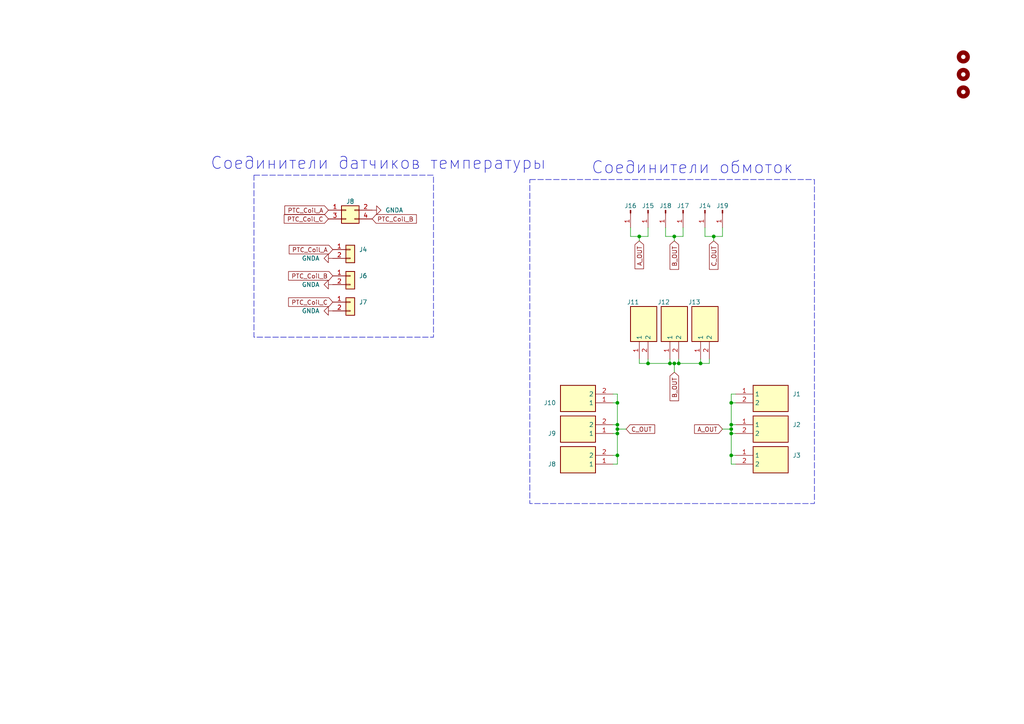
<source format=kicad_sch>
(kicad_sch (version 20230121) (generator eeschema)
  (paper "A4")
  (title_block (comment 1 "МПСТ.76721.758764.04.Э3.М"))
  (lib_symbols
    (symbol "4900:4900"
      (property "Reference" "J" (at 16.51 7.62 0))
      (property "Value" "4900" (at 16.51 5.08 0))
      (symbol "4900_1_1"
        (rectangle (start 5.08 2.54) (end 15.24 -5.08) (stroke (width 0.254)) (fill (type background)))
        (pin passive line (at 0 0 0) (length 5.08) (name "1") (number "1"))
        (pin passive line (at 0 -2.54 0) (length 5.08) (name "2") (number "2"))
      )
    )
    (symbol "Connector:Conn_01x01_Pin" (pin_names (offset 1.016) hide)
      (property "Reference" "J" (at 0 2.54 0))
      (property "Value" "Conn_01x01_Pin" (at 0 -2.54 0))
      (symbol "Conn_01x01_Pin_1_1"
        (polyline (pts (xy 1.27 0) (xy 0.8636 0)) (stroke (width 0.1524)))
        (rectangle (start 0.8636 0.127) (end 0 -0.127) (stroke (width 0.1524)) (fill (type outline)))
        (pin passive line (at 5.08 0 180) (length 3.81) (name "Pin_1") (number "1"))
      )
    )
    (symbol "Connector_Generic:Conn_01x02" (pin_names (offset 1.016) hide)
      (property "Reference" "J" (at 0 2.54 0))
      (property "Value" "Conn_01x02" (at 0 -5.08 0))
      (symbol "Conn_01x02_1_1"
        (rectangle (start -1.27 -2.413) (end 0 -2.667) (stroke (width 0.1524)))
        (rectangle (start -1.27 0.127) (end 0 -0.127) (stroke (width 0.1524)))
        (rectangle (start -1.27 1.27) (end 1.27 -3.81) (stroke (width 0.254)) (fill (type background)))
        (pin passive line (at -5.08 0 0) (length 3.81) (name "Pin_1") (number "1"))
        (pin passive line (at -5.08 -2.54 0) (length 3.81) (name "Pin_2") (number "2"))
      )
    )
    (symbol "Connector_Generic:Conn_02x02_Odd_Even" (pin_names (offset 1.016) hide)
      (property "Reference" "J" (at 1.27 2.54 0))
      (property "Value" "Conn_02x02_Odd_Even" (at 1.27 -5.08 0))
      (symbol "Conn_02x02_Odd_Even_1_1"
        (rectangle (start -1.27 -2.413) (end 0 -2.667) (stroke (width 0.1524)))
        (rectangle (start -1.27 0.127) (end 0 -0.127) (stroke (width 0.1524)))
        (rectangle (start -1.27 1.27) (end 3.81 -3.81) (stroke (width 0.254)) (fill (type background)))
        (rectangle (start 3.81 -2.413) (end 2.54 -2.667) (stroke (width 0.1524)))
        (rectangle (start 3.81 0.127) (end 2.54 -0.127) (stroke (width 0.1524)))
        (pin passive line (at -5.08 0 0) (length 3.81) (name "Pin_1") (number "1"))
        (pin passive line (at 7.62 0 180) (length 3.81) (name "Pin_2") (number "2"))
        (pin passive line (at -5.08 -2.54 0) (length 3.81) (name "Pin_3") (number "3"))
        (pin passive line (at 7.62 -2.54 180) (length 3.81) (name "Pin_4") (number "4"))
      )
    )
    (symbol "Mechanical:MountingHole" (pin_names (offset 1.016))
      (property "Reference" "H" (at 0 5.08 0))
      (property "Value" "MountingHole" (at 0 3.175 0))
      (symbol "MountingHole_0_1"
        (circle (center 0 0) (radius 1.27) (stroke (width 1.27)))
      )
    )
    (symbol "power:GNDA" (power) (pin_names (offset 0))
      (property "Value" "GNDA" (at 0 -3.81 0))
      (symbol "GNDA_0_1"
        (polyline (pts (xy 0 0) (xy 0 -1.27) (xy 1.27 -1.27) (xy 0 -2.54) (xy -1.27 -1.27) (xy 0 -1.27)))
      )
      (symbol "GNDA_1_1"
        (pin power_in line (at 0 0 270) (length 0) hide (name "GNDA") (number "1"))
      )
    )
  )
  (junction (at 194.31 105.41))
  (junction (at 207.01 68.58))
  (junction (at 212.09 124.46))
  (junction (at 179.07 125.73))
  (junction (at 212.09 123.19))
  (junction (at 179.07 124.46))
  (junction (at 196.85 105.41))
  (junction (at 212.09 125.73))
  (junction (at 195.58 105.41))
  (junction (at 212.09 132.08))
  (junction (at 185.42 68.58))
  (junction (at 187.96 105.41))
  (junction (at 195.58 68.58))
  (junction (at 179.07 132.08))
  (junction (at 203.2 105.41))
  (junction (at 179.07 116.84))
  (junction (at 212.09 116.84))
  (junction (at 179.07 123.19))
  (wire (pts (xy 195.58 107.95) (xy 195.58 105.41)))
  (wire (pts (xy 195.58 105.41) (xy 196.85 105.41)))
  (wire (pts (xy 194.31 105.41) (xy 195.58 105.41)))
  (wire (pts (xy 213.36 114.3) (xy 212.09 114.3)))
  (wire (pts (xy 212.09 116.84) (xy 212.09 123.19)))
  (wire (pts (xy 177.8 134.62) (xy 179.07 134.62)))
  (wire (pts (xy 182.88 68.58) (xy 185.42 68.58)))
  (wire (pts (xy 212.09 125.73) (xy 213.36 125.73)))
  (wire (pts (xy 179.07 114.3) (xy 177.8 114.3)))
  (wire (pts (xy 207.01 68.58) (xy 204.47 68.58)))
  (wire (pts (xy 212.09 124.46) (xy 212.09 125.73)))
  (wire (pts (xy 198.12 66.04) (xy 198.12 68.58)))
  (wire (pts (xy 179.07 125.73) (xy 179.07 124.46)))
  (wire (pts (xy 185.42 104.14) (xy 185.42 105.41)))
  (wire (pts (xy 209.55 68.58) (xy 207.01 68.58)))
  (wire (pts (xy 179.07 134.62) (xy 179.07 132.08)))
  (wire (pts (xy 212.09 132.08) (xy 213.36 132.08)))
  (wire (pts (xy 179.07 125.73) (xy 177.8 125.73)))
  (wire (pts (xy 212.09 116.84) (xy 213.36 116.84)))
  (wire (pts (xy 212.09 132.08) (xy 212.09 134.62)))
  (wire (pts (xy 179.07 116.84) (xy 179.07 114.3)))
  (wire (pts (xy 194.31 105.41) (xy 194.31 104.14)))
  (wire (pts (xy 185.42 105.41) (xy 187.96 105.41)))
  (wire (pts (xy 203.2 105.41) (xy 205.74 105.41)))
  (wire (pts (xy 212.09 125.73) (xy 212.09 132.08)))
  (wire (pts (xy 181.61 124.46) (xy 179.07 124.46)))
  (wire (pts (xy 196.85 105.41) (xy 196.85 104.14)))
  (wire (pts (xy 179.07 116.84) (xy 177.8 116.84)))
  (wire (pts (xy 207.01 68.58) (xy 207.01 69.85)))
  (wire (pts (xy 205.74 105.41) (xy 205.74 104.14)))
  (wire (pts (xy 179.07 132.08) (xy 177.8 132.08)))
  (wire (pts (xy 187.96 105.41) (xy 194.31 105.41)))
  (wire (pts (xy 209.55 124.46) (xy 212.09 124.46)))
  (wire (pts (xy 179.07 124.46) (xy 179.07 123.19)))
  (wire (pts (xy 185.42 68.58) (xy 187.96 68.58)))
  (wire (pts (xy 196.85 105.41) (xy 203.2 105.41)))
  (wire (pts (xy 212.09 134.62) (xy 213.36 134.62)))
  (wire (pts (xy 193.04 68.58) (xy 193.04 66.04)))
  (wire (pts (xy 198.12 68.58) (xy 195.58 68.58)))
  (wire (pts (xy 195.58 68.58) (xy 195.58 69.85)))
  (wire (pts (xy 182.88 66.04) (xy 182.88 68.58)))
  (wire (pts (xy 187.96 68.58) (xy 187.96 66.04)))
  (wire (pts (xy 179.07 123.19) (xy 179.07 116.84)))
  (wire (pts (xy 212.09 123.19) (xy 213.36 123.19)))
  (wire (pts (xy 212.09 114.3) (xy 212.09 116.84)))
  (wire (pts (xy 212.09 123.19) (xy 212.09 124.46)))
  (wire (pts (xy 204.47 66.04) (xy 204.47 68.58)))
  (wire (pts (xy 179.07 123.19) (xy 177.8 123.19)))
  (wire (pts (xy 179.07 132.08) (xy 179.07 125.73)))
  (wire (pts (xy 195.58 68.58) (xy 193.04 68.58)))
  (wire (pts (xy 203.2 105.41) (xy 203.2 104.14)))
  (wire (pts (xy 209.55 66.04) (xy 209.55 68.58)))
  (wire (pts (xy 185.42 68.58) (xy 185.42 69.85)))
  (wire (pts (xy 187.96 105.41) (xy 187.96 104.14)))
  (rectangle (start 73.66 50.8) (end 125.73 97.79) (stroke (width 0) (type dash)))
  (rectangle (start 153.67 52.07) (end 236.22 146.05) (stroke (width 0) (type dash)))
  (text "Соединители датчиков температуры" (at 60.96 49.53 0) (effects (font (size 3.5 3.5)) (justify left bottom)))
  (text "Соединители обмоток" (at 171.45 50.8 0) (effects (font (size 3.5 3.5)) (justify left bottom)))
  (global_label "PTC_Coil_C" (shape input) (at 95.25 63.5 180) (property "Intersheetrefs" "${INTERSHEET_REFS}" (effects hide)))
  (global_label "B_OUT" (shape input) (at 195.58 69.85 270) (property "Intersheetrefs" "${INTERSHEET_REFS}" (effects hide)))
  (global_label "PTC_Coil_A" (shape input) (at 95.25 60.96 180) (property "Intersheetrefs" "${INTERSHEET_REFS}" (effects hide)))
  (global_label "PTC_Coil_B" (shape input) (at 96.52 80.01 180) (property "Intersheetrefs" "${INTERSHEET_REFS}" (effects hide)))
  (global_label "C_OUT" (shape input) (at 207.01 69.85 270) (property "Intersheetrefs" "${INTERSHEET_REFS}" (effects hide)))
  (global_label "B_OUT" (shape input) (at 195.58 107.95 270) (property "Intersheetrefs" "${INTERSHEET_REFS}" (effects hide)))
  (global_label "A_OUT" (shape input) (at 209.55 124.46 180) (property "Intersheetrefs" "${INTERSHEET_REFS}" (effects hide)))
  (global_label "A_OUT" (shape input) (at 185.42 69.85 270) (property "Intersheetrefs" "${INTERSHEET_REFS}" (effects hide)))
  (global_label "PTC_Coil_B" (shape input) (at 107.95 63.5 0) (property "Intersheetrefs" "${INTERSHEET_REFS}" (effects hide)))
  (global_label "C_OUT" (shape input) (at 181.61 124.46 0) (property "Intersheetrefs" "${INTERSHEET_REFS}" (effects hide)))
  (global_label "PTC_Coil_A" (shape input) (at 96.52 72.39 180) (property "Intersheetrefs" "${INTERSHEET_REFS}" (effects hide)))
  (global_label "PTC_Coil_C" (shape input) (at 96.52 87.63 180) (property "Intersheetrefs" "${INTERSHEET_REFS}" (effects hide)))
  (symbol (lib_id "Connector_Generic:Conn_01x02") (at 101.6 72.39 0) (unit 1)
    (property "Reference" "J4" (at 104.14 72.39 0) (effects (justify left)))
    (property "Value" "Conn_01x02" (effects hide))
    (property "Footprint" "Connector_Molex:Molex_PicoBlade_53048-0210_1x02_P1.25mm_Horizontal" (effects hide))
    (instances (project "Плата обмоток" (path "" (reference "J4") (unit 1)) (path "" (reference "J14") (unit 1)) (path "" (reference "J24") (unit 1))))
  )
  (symbol (lib_id "Connector:Conn_01x01_Pin") (at 209.55 60.96 270) (unit 1)
    (property "Reference" "J19" (at 209.55 59.69 90))
    (property "Value" "C2" (effects hide))
    (property "Footprint" "Connector_My:Coil" (effects hide))
    (instances (project "Плата обмоток" (path "" (reference "J19") (unit 1)) (path "" (reference "J5") (unit 1)) (path "" (reference "J21") (unit 1))))
  )
  (symbol (lib_id "Connector:Conn_01x01_Pin") (at 198.12 60.96 270) (unit 1)
    (property "Reference" "J17" (at 198.12 59.69 90))
    (property "Value" "B2" (effects hide))
    (property "Footprint" "Connector_My:Coil" (effects hide))
    (instances (project "Плата обмоток" (path "" (reference "J17") (unit 1)) (path "" (reference "J7") (unit 1)) (path "" (reference "J23") (unit 1))))
  )
  (symbol (lib_id "Connector:Conn_01x01_Pin") (at 204.47 60.96 270) (unit 1)
    (property "Reference" "J14" (at 204.47 59.69 90))
    (property "Value" "A1" (effects hide))
    (property "Footprint" "Connector_My:Coil" (effects hide))
    (instances (project "Плата обмоток" (path "" (reference "J14") (unit 1)) (path "" (reference "J6") (unit 1)) (path "" (reference "J22") (unit 1))))
  )
  (symbol (lib_id "Mechanical:MountingHole") (at 279.4 21.59 0) (unit 1)
    (property "Reference" "H3" (effects hide))
    (property "Value" "MountingHole" (effects hide))
    (property "Footprint" "MountingHole:MountingHole_3.2mm_M3" (effects hide))
    (instances (project "Плата обмоток" (path "" (reference "H3") (unit 1)) (path "" (reference "H2") (unit 1)) (path "" (reference "H5") (unit 1))))
  )
  (symbol (lib_id "Connector_Generic:Conn_02x02_Odd_Even") (at 100.33 60.96 0) (unit 1)
    (property "Reference" "J8" (at 101.6 58.42 0))
    (property "Value" "Conn_02x02_Odd_Even" (effects hide))
    (property "Footprint" "Connector_PinSocket_2.54mm:PinSocket_2x02_P2.54mm_Vertical" (effects hide))
    (instances (project "Плата датчиков" (path "" (reference "J8") (unit 1))) (project "Плата обмоток" (path "" (reference "J5") (unit 1)) (path "" (reference "J4") (unit 1)) (path "" (reference "J20") (unit 1))))
  )
  (symbol (lib_id "4900:4900") (at 203.2 104.14 90) (unit 1)
    (property "Reference" "J13" (at 203.2 87.63 90) (effects (justify left)))
    (property "Value" "4900" (effects hide))
    (property "Footprint" "Connector_My:3551" (effects hide))
    (property "Datasheet" "https://www.keyelco.com/product-pdf.cfm?p=597" (effects hide))
    (property "Height" "10.72" (effects hide))
    (property "Manufacturer_Name" "Keystone Electronics" (effects hide))
    (property "Manufacturer_Part_Number" "4900" (effects hide))
    (property "Mouser Part Number" "534-4900" (effects hide))
    (property "Mouser Price/Stock" "https://www.mouser.co.uk/ProductDetail/Keystone-Electronics/4900?qs=lQmX4aIt5iDWRkxqjAIN4A%3D%3D" (effects hide))
    (instances (project "Плата обмоток" (path "" (reference "J13") (unit 1)) (path "" (reference "J13") (unit 1)) (path "" (reference "J38") (unit 1))))
  )
  (symbol (lib_id "4900:4900") (at 213.36 123.19 0) (unit 1)
    (property "Reference" "J2" (at 229.87 123.19 0) (effects (justify left)))
    (property "Value" "4900" (effects hide))
    (property "Footprint" "Connector_My:3551" (effects hide))
    (property "Datasheet" "https://www.keyelco.com/product-pdf.cfm?p=597" (effects hide))
    (property "Height" "10.72" (effects hide))
    (property "Manufacturer_Name" "Keystone Electronics" (effects hide))
    (property "Manufacturer_Part_Number" "4900" (effects hide))
    (property "Mouser Part Number" "534-4900" (effects hide))
    (property "Mouser Price/Stock" "https://www.mouser.co.uk/ProductDetail/Keystone-Electronics/4900?qs=lQmX4aIt5iDWRkxqjAIN4A%3D%3D" (effects hide))
    (instances (project "Плата обмоток" (path "" (reference "J2") (unit 1)) (path "" (reference "J8") (unit 1)) (path "" (reference "J33") (unit 1))))
  )
  (symbol (lib_id "4900:4900") (at 194.31 104.14 90) (unit 1)
    (property "Reference" "J12" (at 194.31 87.63 90) (effects (justify left)))
    (property "Value" "4900" (effects hide))
    (property "Footprint" "Connector_My:3551" (effects hide))
    (property "Datasheet" "https://www.keyelco.com/product-pdf.cfm?p=597" (effects hide))
    (property "Height" "10.72" (effects hide))
    (property "Manufacturer_Name" "Keystone Electronics" (effects hide))
    (property "Manufacturer_Part_Number" "4900" (effects hide))
    (property "Mouser Part Number" "534-4900" (effects hide))
    (property "Mouser Price/Stock" "https://www.mouser.co.uk/ProductDetail/Keystone-Electronics/4900?qs=lQmX4aIt5iDWRkxqjAIN4A%3D%3D" (effects hide))
    (instances (project "Плата обмоток" (path "" (reference "J12") (unit 1)) (path "" (reference "J10") (unit 1)) (path "" (reference "J35") (unit 1))))
  )
  (symbol (lib_id "4900:4900") (at 213.36 132.08 0) (unit 1)
    (property "Reference" "J3" (at 229.87 132.08 0) (effects (justify left)))
    (property "Value" "4900" (effects hide))
    (property "Footprint" "Connector_My:3551" (effects hide))
    (property "Datasheet" "https://www.keyelco.com/product-pdf.cfm?p=597" (effects hide))
    (property "Height" "10.72" (effects hide))
    (property "Manufacturer_Name" "Keystone Electronics" (effects hide))
    (property "Manufacturer_Part_Number" "4900" (effects hide))
    (property "Mouser Part Number" "534-4900" (effects hide))
    (property "Mouser Price/Stock" "https://www.mouser.co.uk/ProductDetail/Keystone-Electronics/4900?qs=lQmX4aIt5iDWRkxqjAIN4A%3D%3D" (effects hide))
    (instances (project "Плата обмоток" (path "" (reference "J3") (unit 1)) (path "" (reference "J11") (unit 1)) (path "" (reference "J36") (unit 1))))
  )
  (symbol (lib_id "4900:4900") (at 185.42 104.14 90) (unit 1)
    (property "Reference" "J11" (at 185.42 87.63 90) (effects (justify left)))
    (property "Value" "4900" (effects hide))
    (property "Footprint" "Connector_My:3551" (effects hide))
    (property "Datasheet" "https://www.keyelco.com/product-pdf.cfm?p=597" (effects hide))
    (property "Height" "10.72" (effects hide))
    (property "Manufacturer_Name" "Keystone Electronics" (effects hide))
    (property "Manufacturer_Part_Number" "4900" (effects hide))
    (property "Mouser Part Number" "534-4900" (effects hide))
    (property "Mouser Price/Stock" "https://www.mouser.co.uk/ProductDetail/Keystone-Electronics/4900?qs=lQmX4aIt5iDWRkxqjAIN4A%3D%3D" (effects hide))
    (instances (project "Плата обмоток" (path "" (reference "J11") (unit 1)) (path "" (reference "J3") (unit 1)) (path "" (reference "J32") (unit 1))))
  )
  (symbol (lib_id "power:GNDA") (at 96.52 82.55 270) (unit 1)
    (property "Reference" "#PWR03" (effects hide))
    (property "Value" "GNDA" (at 92.71 82.55 90) (effects (justify right)))
    (instances (project "Плата обмоток" (path "" (reference "#PWR03") (unit 1)) (path "" (reference "#PWR03") (unit 1)) (path "" (reference "#PWR07") (unit 1))))
  )
  (symbol (lib_id "Mechanical:MountingHole") (at 279.4 26.67 0) (unit 1)
    (property "Reference" "H4" (effects hide))
    (property "Value" "MountingHole" (effects hide))
    (property "Footprint" "MountingHole:MountingHole_3.2mm_M3" (effects hide))
    (instances (project "Плата обмоток" (path "" (reference "H4") (unit 1)) (path "" (reference "H3") (unit 1)) (path "" (reference "H6") (unit 1))))
  )
  (symbol (lib_id "Mechanical:MountingHole") (at 279.4 16.51 0) (unit 1)
    (property "Reference" "H2" (effects hide))
    (property "Value" "MountingHole" (effects hide))
    (property "Footprint" "MountingHole:MountingHole_3.2mm_M3" (effects hide))
    (instances (project "Плата обмоток" (path "" (reference "H2") (unit 1)) (path "" (reference "H1") (unit 1)) (path "" (reference "H4") (unit 1))))
  )
  (symbol (lib_id "Connector_Generic:Conn_01x02") (at 101.6 87.63 0) (unit 1)
    (property "Reference" "J7" (at 104.14 87.63 0) (effects (justify left)))
    (property "Value" "Conn_01x02" (effects hide))
    (property "Footprint" "Connector_Molex:Molex_PicoBlade_53048-0210_1x02_P1.25mm_Horizontal" (effects hide))
    (instances (project "Плата обмоток" (path "" (reference "J7") (unit 1)) (path "" (reference "J19") (unit 1)) (path "" (reference "J29") (unit 1))))
  )
  (symbol (lib_id "4900:4900") (at 177.8 125.73 180) (unit 1)
    (property "Reference" "J9" (at 161.29 125.73 0) (effects (justify left)))
    (property "Value" "4900" (effects hide))
    (property "Footprint" "Connector_My:3551" (effects hide))
    (property "Datasheet" "https://www.keyelco.com/product-pdf.cfm?p=597" (effects hide))
    (property "Height" "10.72" (effects hide))
    (property "Manufacturer_Name" "Keystone Electronics" (effects hide))
    (property "Manufacturer_Part_Number" "4900" (effects hide))
    (property "Mouser Part Number" "534-4900" (effects hide))
    (property "Mouser Price/Stock" "https://www.mouser.co.uk/ProductDetail/Keystone-Electronics/4900?qs=lQmX4aIt5iDWRkxqjAIN4A%3D%3D" (effects hide))
    (instances (project "Плата обмоток" (path "" (reference "J9") (unit 1)) (path "" (reference "J9") (unit 1)) (path "" (reference "J34") (unit 1))))
  )
  (symbol (lib_id "4900:4900") (at 177.8 134.62 180) (unit 1)
    (property "Reference" "J8" (at 161.29 134.62 0) (effects (justify left)))
    (property "Value" "4900" (effects hide))
    (property "Footprint" "Connector_My:3551" (effects hide))
    (property "Datasheet" "https://www.keyelco.com/product-pdf.cfm?p=597" (effects hide))
    (property "Height" "10.72" (effects hide))
    (property "Manufacturer_Name" "Keystone Electronics" (effects hide))
    (property "Manufacturer_Part_Number" "4900" (effects hide))
    (property "Mouser Part Number" "534-4900" (effects hide))
    (property "Mouser Price/Stock" "https://www.mouser.co.uk/ProductDetail/Keystone-Electronics/4900?qs=lQmX4aIt5iDWRkxqjAIN4A%3D%3D" (effects hide))
    (instances (project "Плата обмоток" (path "" (reference "J8") (unit 1)) (path "" (reference "J2") (unit 1)) (path "" (reference "J31") (unit 1))))
  )
  (symbol (lib_id "Connector:Conn_01x01_Pin") (at 182.88 60.96 270) (unit 1)
    (property "Reference" "J16" (at 182.88 59.69 90))
    (property "Value" "B1" (effects hide))
    (property "Footprint" "Connector_My:Coil" (effects hide))
    (instances (project "Плата обмоток" (path "" (reference "J16") (unit 1)) (path "" (reference "J18") (unit 1)) (path "" (reference "J28") (unit 1))))
  )
  (symbol (lib_id "power:GNDA") (at 96.52 90.17 270) (unit 1)
    (property "Reference" "#PWR04" (effects hide))
    (property "Value" "GNDA" (at 92.71 90.17 90) (effects (justify right)))
    (instances (project "Плата обмоток" (path "" (reference "#PWR04") (unit 1)) (path "" (reference "#PWR04") (unit 1)) (path "" (reference "#PWR08") (unit 1))))
  )
  (symbol (lib_id "Connector:Conn_01x01_Pin") (at 193.04 60.96 270) (unit 1)
    (property "Reference" "J18" (at 193.04 59.69 90))
    (property "Value" "C1" (effects hide))
    (property "Footprint" "Connector_My:Coil" (effects hide))
    (instances (project "Плата обмоток" (path "" (reference "J18") (unit 1)) (path "" (reference "J15") (unit 1)) (path "" (reference "J25") (unit 1))))
  )
  (symbol (lib_id "4900:4900") (at 213.36 114.3 0) (unit 1)
    (property "Reference" "J1" (at 229.87 114.3 0) (effects (justify left)))
    (property "Value" "4900" (effects hide))
    (property "Footprint" "Connector_My:3551" (effects hide))
    (property "Datasheet" "https://www.keyelco.com/product-pdf.cfm?p=597" (effects hide))
    (property "Height" "10.72" (effects hide))
    (property "Manufacturer_Name" "Keystone Electronics" (effects hide))
    (property "Manufacturer_Part_Number" "4900" (effects hide))
    (property "Mouser Part Number" "534-4900" (effects hide))
    (property "Mouser Price/Stock" "https://www.mouser.co.uk/ProductDetail/Keystone-Electronics/4900?qs=lQmX4aIt5iDWRkxqjAIN4A%3D%3D" (effects hide))
    (instances (project "Плата обмоток" (path "" (reference "J1") (unit 1)) (path "" (reference "J1") (unit 1)) (path "" (reference "J30") (unit 1))))
  )
  (symbol (lib_id "Connector:Conn_01x01_Pin") (at 187.96 60.96 270) (unit 1)
    (property "Reference" "J15" (at 187.96 59.69 90))
    (property "Value" "A2" (effects hide))
    (property "Footprint" "Connector_My:Coil" (effects hide))
    (instances (project "Плата обмоток" (path "" (reference "J15") (unit 1)) (path "" (reference "J17") (unit 1)) (path "" (reference "J27") (unit 1))))
  )
  (symbol (lib_id "power:GNDA") (at 96.52 74.93 270) (unit 1)
    (property "Reference" "#PWR01" (effects hide))
    (property "Value" "GNDA" (at 92.71 74.93 90) (effects (justify right)))
    (instances (project "Плата обмоток" (path "" (reference "#PWR01") (unit 1)) (path "" (reference "#PWR02") (unit 1)) (path "" (reference "#PWR06") (unit 1))))
  )
  (symbol (lib_id "Connector_Generic:Conn_01x02") (at 101.6 80.01 0) (unit 1)
    (property "Reference" "J6" (at 104.14 80.01 0) (effects (justify left)))
    (property "Value" "Conn_01x02" (effects hide))
    (property "Footprint" "Connector_Molex:Molex_PicoBlade_53048-0210_1x02_P1.25mm_Horizontal" (effects hide))
    (instances (project "Плата обмоток" (path "" (reference "J6") (unit 1)) (path "" (reference "J16") (unit 1)) (path "" (reference "J26") (unit 1))))
  )
  (symbol (lib_id "power:GNDA") (at 107.95 60.96 90) (unit 1)
    (property "Reference" "#PWR038" (effects hide))
    (property "Value" "GNDA" (at 111.76 60.96 90) (effects (justify right)))
    (instances (project "Плата датчиков" (path "" (reference "#PWR038") (unit 1))) (project "Плата обмоток" (path "" (reference "#PWR02") (unit 1)) (path "" (reference "#PWR01") (unit 1)) (path "" (reference "#PWR05") (unit 1))))
  )
  (symbol (lib_id "4900:4900") (at 177.8 116.84 180) (unit 1)
    (property "Reference" "J10" (at 161.29 116.84 0) (effects (justify left)))
    (property "Value" "4900" (effects hide))
    (property "Footprint" "Connector_My:3551" (effects hide))
    (property "Datasheet" "https://www.keyelco.com/product-pdf.cfm?p=597" (effects hide))
    (property "Height" "10.72" (effects hide))
    (property "Manufacturer_Name" "Keystone Electronics" (effects hide))
    (property "Manufacturer_Part_Number" "4900" (effects hide))
    (property "Mouser Part Number" "534-4900" (effects hide))
    (property "Mouser Price/Stock" "https://www.mouser.co.uk/ProductDetail/Keystone-Electronics/4900?qs=lQmX4aIt5iDWRkxqjAIN4A%3D%3D" (effects hide))
    (instances (project "Плата обмоток" (path "" (reference "J10") (unit 1)) (path "" (reference "J12") (unit 1)) (path "" (reference "J37") (unit 1))))
  )
)
</source>
